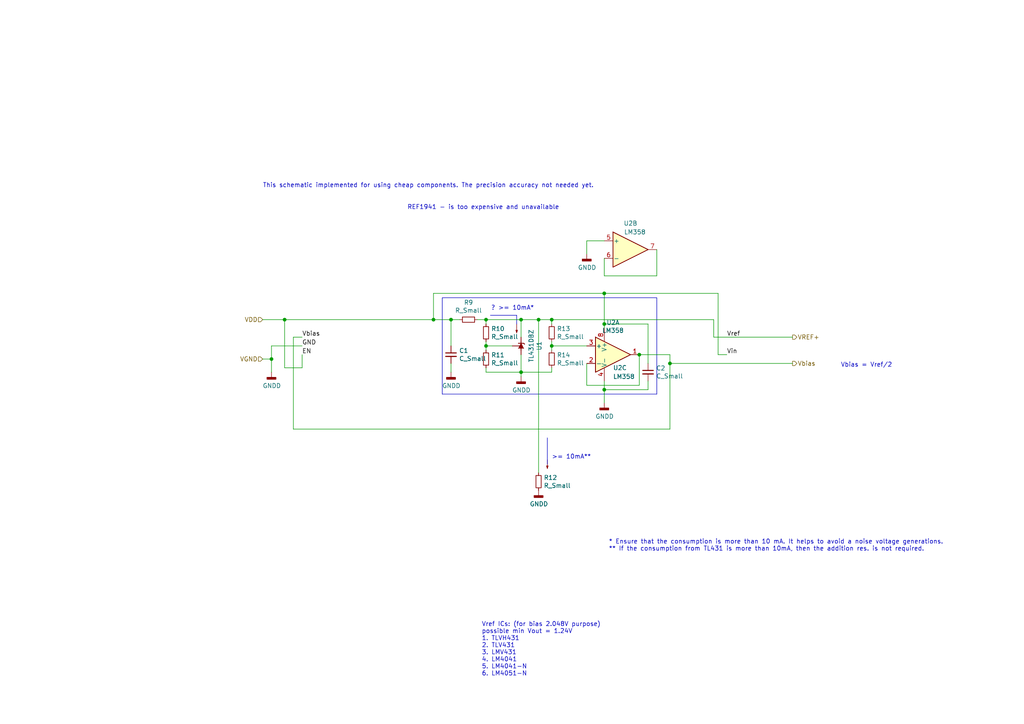
<source format=kicad_sch>
(kicad_sch (version 20230121) (generator eeschema)
  (paper "A4")
  (lib_symbols
    (symbol "Amplifier_Operational:LM358" (pin_names (offset 0.127))
      (property "Reference" "U" (at 0 5.08 0))
      (property "Value" "LM358" (at 0 -5.08 0))
      (symbol "LM358_1_1"
        (polyline (pts (xy -5.08 5.08) (xy 5.08 0) (xy -5.08 -5.08) (xy -5.08 5.08)) (stroke (width 0.254)) (fill (type background)))
        (pin output line (at 7.62 0 180) (length 2.54) (name "~") (number "1"))
        (pin input line (at -7.62 -2.54 0) (length 2.54) (name "-") (number "2"))
        (pin input line (at -7.62 2.54 0) (length 2.54) (name "+") (number "3"))
      )
      (symbol "LM358_2_1"
        (polyline (pts (xy -5.08 5.08) (xy 5.08 0) (xy -5.08 -5.08) (xy -5.08 5.08)) (stroke (width 0.254)) (fill (type background)))
        (pin input line (at -7.62 2.54 0) (length 2.54) (name "+") (number "5"))
        (pin input line (at -7.62 -2.54 0) (length 2.54) (name "-") (number "6"))
        (pin output line (at 7.62 0 180) (length 2.54) (name "~") (number "7"))
      )
      (symbol "LM358_3_1"
        (pin power_in line (at -2.54 -7.62 90) (length 3.81) (name "V-") (number "4"))
        (pin power_in line (at -2.54 7.62 270) (length 3.81) (name "V+") (number "8"))
      )
    )
    (symbol "Device:C_Small" (pin_numbers hide) (pin_names (offset 0.254) hide)
      (property "Reference" "C" (at 0.254 1.778 0))
      (property "Value" "C_Small" (at 0.254 -2.032 0))
      (symbol "C_Small_0_1"
        (polyline (pts (xy -1.524 -0.508) (xy 1.524 -0.508)) (stroke (width 0.3302)))
        (polyline (pts (xy -1.524 0.508) (xy 1.524 0.508)) (stroke (width 0.3048)))
      )
      (symbol "C_Small_1_1"
        (pin passive line (at 0 2.54 270) (length 2.032) (name "~") (number "1"))
        (pin passive line (at 0 -2.54 90) (length 2.032) (name "~") (number "2"))
      )
    )
    (symbol "Device:R_Small" (pin_numbers hide) (pin_names (offset 0.254) hide)
      (property "Reference" "R" (at 0.762 0.508 0))
      (property "Value" "R_Small" (at 0.762 -1.016 0))
      (symbol "R_Small_0_1"
        (rectangle (start -0.762 1.778) (end 0.762 -1.778) (stroke (width 0.2032)))
      )
      (symbol "R_Small_1_1"
        (pin passive line (at 0 2.54 270) (length 0.762) (name "~") (number "1"))
        (pin passive line (at 0 -2.54 90) (length 0.762) (name "~") (number "2"))
      )
    )
    (symbol "Graphic:SYM_Arrow_Tiny" (in_bom no) (on_board no)
      (symbol "SYM_Arrow_Tiny_0_1"
        (polyline (pts (xy 1.27 0) (xy -1.27 0)))
        (polyline (pts (xy 1.27 0) (xy 0.508 -0.254) (xy 0.508 0.254) (xy 1.27 0)) (fill (type outline)))
      )
    )
    (symbol "Reference_Voltage:TL431DBZ" (pin_numbers hide) (pin_names hide)
      (property "Reference" "U" (at -2.54 2.54 0))
      (property "Value" "TL431DBZ" (at 0 -2.54 0))
      (symbol "TL431DBZ_0_1"
        (polyline (pts (xy -1.27 0) (xy 0 0) (xy 1.27 0)))
        (polyline (pts (xy -0.762 0.762) (xy 0.762 0) (xy -0.762 -0.762)) (fill (type outline)))
        (polyline (pts (xy 0.508 -1.016) (xy 0.762 -0.762) (xy 0.762 0.762) (xy 0.762 0.762)) (stroke (width 0.254)))
      )
      (symbol "TL431DBZ_1_1"
        (pin passive line (at 2.54 0 180) (length 2.54) (name "K") (number "1"))
        (pin passive line (at 0 2.54 270) (length 2.54) (name "REF") (number "2"))
        (pin passive line (at -2.54 0 0) (length 2.54) (name "A") (number "3"))
      )
    )
    (symbol "power:GNDD" (power) (pin_names (offset 0))
      (property "Value" "GNDD" (at 0 -3.175 0))
      (symbol "GNDD_0_1"
        (rectangle (start -1.27 -1.524) (end 1.27 -2.032) (stroke (width 0.254)) (fill (type outline)))
        (polyline (pts (xy 0 0) (xy 0 -1.524)))
      )
      (symbol "GNDD_1_1"
        (pin power_in line (at 0 0 270) (length 0) hide (name "GNDD") (number "1"))
      )
    )
  )
  (junction (at 140.97 100.33))
  (junction (at 175.26 93.98))
  (junction (at 151.13 92.71))
  (junction (at 78.74 104.14))
  (junction (at 160.02 100.33))
  (junction (at 185.42 102.87))
  (junction (at 194.31 105.41))
  (junction (at 125.73 92.71))
  (junction (at 160.02 92.71))
  (junction (at 175.26 113.03))
  (junction (at 140.97 92.71))
  (junction (at 130.81 92.71))
  (junction (at 175.26 85.09))
  (junction (at 151.13 107.95))
  (junction (at 156.21 92.71))
  (junction (at 82.55 92.71))
  (polyline (pts (xy 158.75 127) (xy 158.75 134.62)))
  (wire (pts (xy 175.26 113.03) (xy 175.26 110.49)))
  (wire (pts (xy 187.96 110.49) (xy 187.96 113.03)))
  (wire (pts (xy 151.13 107.95) (xy 151.13 102.87)))
  (wire (pts (xy 140.97 100.33) (xy 148.59 100.33)))
  (wire (pts (xy 140.97 107.95) (xy 151.13 107.95)))
  (polyline (pts (xy 128.27 86.36) (xy 128.27 114.3)))
  (wire (pts (xy 85.09 97.79) (xy 85.09 124.46)))
  (polyline (pts (xy 142.24 91.44) (xy 149.86 91.44)))
  (wire (pts (xy 130.81 92.71) (xy 133.35 92.71)))
  (wire (pts (xy 187.96 93.98) (xy 187.96 105.41)))
  (wire (pts (xy 130.81 107.95) (xy 130.81 105.41)))
  (wire (pts (xy 185.42 102.87) (xy 194.31 102.87)))
  (wire (pts (xy 125.73 85.09) (xy 175.26 85.09)))
  (wire (pts (xy 175.26 80.01) (xy 190.5 80.01)))
  (wire (pts (xy 82.55 92.71) (xy 125.73 92.71)))
  (wire (pts (xy 170.18 105.41) (xy 170.18 111.76)))
  (polyline (pts (xy 190.5 114.3) (xy 190.5 86.36)))
  (wire (pts (xy 208.28 102.87) (xy 210.82 102.87)))
  (wire (pts (xy 160.02 107.95) (xy 160.02 106.68)))
  (wire (pts (xy 175.26 85.09) (xy 175.26 93.98)))
  (wire (pts (xy 175.26 93.98) (xy 175.26 95.25)))
  (wire (pts (xy 170.18 69.85) (xy 175.26 69.85)))
  (wire (pts (xy 85.09 124.46) (xy 194.31 124.46)))
  (wire (pts (xy 76.2 92.71) (xy 82.55 92.71)))
  (wire (pts (xy 160.02 100.33) (xy 160.02 99.06)))
  (wire (pts (xy 140.97 106.68) (xy 140.97 107.95)))
  (wire (pts (xy 185.42 111.76) (xy 185.42 102.87)))
  (wire (pts (xy 160.02 93.98) (xy 160.02 92.71)))
  (wire (pts (xy 82.55 106.68) (xy 87.63 106.68)))
  (wire (pts (xy 140.97 101.6) (xy 140.97 100.33)))
  (polyline (pts (xy 190.5 86.36) (xy 128.27 86.36)))
  (wire (pts (xy 160.02 100.33) (xy 170.18 100.33)))
  (wire (pts (xy 87.63 102.87) (xy 87.63 106.68)))
  (wire (pts (xy 160.02 101.6) (xy 160.02 100.33)))
  (wire (pts (xy 207.01 92.71) (xy 207.01 97.79)))
  (wire (pts (xy 85.09 97.79) (xy 87.63 97.79)))
  (wire (pts (xy 175.26 74.93) (xy 175.26 80.01)))
  (wire (pts (xy 194.31 124.46) (xy 194.31 105.41)))
  (wire (pts (xy 175.26 93.98) (xy 187.96 93.98)))
  (wire (pts (xy 156.21 92.71) (xy 160.02 92.71)))
  (wire (pts (xy 78.74 104.14) (xy 78.74 100.33)))
  (wire (pts (xy 76.2 104.14) (xy 78.74 104.14)))
  (wire (pts (xy 125.73 92.71) (xy 130.81 92.71)))
  (wire (pts (xy 194.31 105.41) (xy 229.87 105.41)))
  (wire (pts (xy 151.13 92.71) (xy 156.21 92.71)))
  (wire (pts (xy 140.97 93.98) (xy 140.97 92.71)))
  (wire (pts (xy 156.21 92.71) (xy 156.21 137.16)))
  (wire (pts (xy 151.13 107.95) (xy 160.02 107.95)))
  (wire (pts (xy 140.97 92.71) (xy 151.13 92.71)))
  (wire (pts (xy 140.97 100.33) (xy 140.97 99.06)))
  (wire (pts (xy 130.81 100.33) (xy 130.81 92.71)))
  (wire (pts (xy 190.5 80.01) (xy 190.5 72.39)))
  (wire (pts (xy 151.13 92.71) (xy 151.13 97.79)))
  (wire (pts (xy 82.55 92.71) (xy 82.55 106.68)))
  (polyline (pts (xy 149.86 91.44) (xy 149.86 93.98)))
  (polyline (pts (xy 128.27 114.3) (xy 190.5 114.3)))
  (wire (pts (xy 175.26 116.84) (xy 175.26 113.03)))
  (wire (pts (xy 187.96 113.03) (xy 175.26 113.03)))
  (wire (pts (xy 208.28 85.09) (xy 208.28 102.87)))
  (wire (pts (xy 151.13 109.22) (xy 151.13 107.95)))
  (wire (pts (xy 170.18 73.66) (xy 170.18 69.85)))
  (wire (pts (xy 138.43 92.71) (xy 140.97 92.71)))
  (wire (pts (xy 207.01 97.79) (xy 229.87 97.79)))
  (wire (pts (xy 78.74 100.33) (xy 87.63 100.33)))
  (wire (pts (xy 160.02 92.71) (xy 207.01 92.71)))
  (wire (pts (xy 78.74 107.95) (xy 78.74 104.14)))
  (wire (pts (xy 194.31 105.41) (xy 194.31 102.87)))
  (wire (pts (xy 175.26 85.09) (xy 208.28 85.09)))
  (wire (pts (xy 125.73 92.71) (xy 125.73 85.09)))
  (wire (pts (xy 170.18 111.76) (xy 185.42 111.76)))
  (text "Vbias = Vref/2" (at 243.84 106.68 0) (effects (font (size 1.27 1.27)) (justify left bottom)))
  (text "This schematic implemented for using cheap components. The precision accuracy not needed yet." (at 76.2 54.61 0) (effects (font (size 1.27 1.27)) (justify left bottom)))
  (text "* Ensure that the consumption is more than 10 mA. It helps to avoid a noise voltage generations.\n** If the consumption from TL431 is more than 10mA, then the addition res. is not required." (at 176.53 160.02 0) (effects (font (size 1.27 1.27)) (justify left bottom)))
  (text ">= 10mA**" (at 160.02 133.35 0) (effects (font (size 1.27 1.27)) (justify left bottom)))
  (text "? >= 10mA*" (at 154.94 90.17 0) (effects (font (size 1.27 1.27)) (justify right bottom)))
  (text "Vref ICs: (for bias 2.048V purpose)\npossible min Vout = 1.24V\n1. TLVH431\n2. TLV431\n3. LMV431 \n4. LM4041\n5. LM4041-N\n6. LM4051-N" (at 139.7 196.215 0) (effects (font (size 1.27 1.27)) (justify left bottom)))
  (text "REF1941 - is too expensive and unavailable" (at 118.11 60.96 0) (effects (font (size 1.27 1.27)) (justify left bottom)))
  (label "EN" (at 87.63 102.87 0))
  (label "GND" (at 87.63 100.33 0))
  (label "Vbias" (at 87.63 97.79 0))
  (label "Vref" (at 210.82 97.79 0))
  (label "Vin" (at 210.82 102.87 0))
  (hierarchical_label "Vbias" (shape output) (at 229.87 105.41 0))
  (hierarchical_label "VREF+" (shape output) (at 229.87 97.79 0))
  (hierarchical_label "VGND" (shape input) (at 76.2 104.14 180))
  (hierarchical_label "VDD" (shape input) (at 76.2 92.71 180))
  (symbol (lib_id "Reference_Voltage:TL431DBZ") (at 151.13 100.33 90) (unit 1)
    (property "Reference" "U1" (at 156.3878 100.33 0))
    (property "Value" "TL431DBZ" (at 154.0764 100.33 0))
    (property "Footprint" "Package_TO_SOT_SMD:SOT-23" (effects hide))
    (property "Datasheet" "http://www.ti.com/lit/ds/symlink/tl431.pdf" (effects hide))
  )
  (symbol (lib_id "Amplifier_Operational:LM358") (at 177.8 102.87 0) (unit 3)
    (property "Reference" "U2" (at 177.8 106.68 0) (effects (justify left)))
    (property "Value" "LM358" (at 177.8 109.22 0) (effects (justify left)))
    (property "Footprint" "Package_SO:SO-8_5.3x6.2mm_P1.27mm" (effects hide))
    (property "Datasheet" "http://www.ti.com/lit/ds/symlink/lm2904-n.pdf" (effects hide))
  )
  (symbol (lib_id "Device:R_Small") (at 156.21 139.7 0) (unit 1)
    (property "Reference" "R12" (at 157.7086 138.5316 0) (effects (justify left)))
    (property "Value" "R_Small" (at 157.7086 140.843 0) (effects (justify left)))
    (property "Footprint" "Resistor_SMD:R_0805_2012Metric" (effects hide))
  )
  (symbol (lib_id "power:GNDD") (at 156.21 142.24 0) (unit 1)
    (property "Reference" "#PWR011" (effects hide))
    (property "Value" "GNDD" (at 156.3116 146.177 0))
  )
  (symbol (lib_id "Amplifier_Operational:LM358") (at 182.88 72.39 0) (unit 2)
    (property "Reference" "U2" (at 182.88 64.77 0))
    (property "Value" "LM358" (at 184.15 67.31 0))
    (property "Footprint" "Package_SO:SO-8_5.3x6.2mm_P1.27mm" (effects hide))
    (property "Datasheet" "http://www.ti.com/lit/ds/symlink/lm2904-n.pdf" (effects hide))
  )
  (symbol (lib_id "Graphic:SYM_Arrow_Tiny") (at 158.75 134.62 270) (unit 1)
    (property "Reference" "#SYM6" (effects hide))
    (property "Value" "SYM_Arrow_Tiny" (effects hide))
  )
  (symbol (lib_id "Device:C_Small") (at 130.81 102.87 0) (unit 1)
    (property "Reference" "C1" (at 133.1468 101.7016 0) (effects (justify left)))
    (property "Value" "C_Small" (at 133.1468 104.013 0) (effects (justify left)))
    (property "Footprint" "Capacitor_SMD:C_1206_3216Metric_Pad1.33x1.80mm_HandSolder" (effects hide))
  )
  (symbol (lib_id "Amplifier_Operational:LM358") (at 177.8 102.87 0) (unit 1)
    (property "Reference" "U2" (at 177.8 93.5482 0))
    (property "Value" "LM358" (at 177.8 95.8596 0))
    (property "Footprint" "Package_SO:SO-8_5.3x6.2mm_P1.27mm" (effects hide))
    (property "Datasheet" "http://www.ti.com/lit/ds/symlink/lm2904-n.pdf" (effects hide))
  )
  (symbol (lib_id "power:GNDD") (at 151.13 109.22 0) (unit 1)
    (property "Reference" "#PWR010" (effects hide))
    (property "Value" "GNDD" (at 151.2316 113.157 0))
  )
  (symbol (lib_id "power:GNDD") (at 130.81 107.95 0) (unit 1)
    (property "Reference" "#PWR09" (effects hide))
    (property "Value" "GNDD" (at 130.9116 111.887 0))
  )
  (symbol (lib_id "Device:C_Small") (at 187.96 107.95 0) (unit 1)
    (property "Reference" "C2" (at 190.2968 106.7816 0) (effects (justify left)))
    (property "Value" "C_Small" (at 190.2968 109.093 0) (effects (justify left)))
    (property "Footprint" "Capacitor_SMD:C_1206_3216Metric_Pad1.33x1.80mm_HandSolder" (effects hide))
  )
  (symbol (lib_id "Graphic:SYM_Arrow_Tiny") (at 149.86 95.25 270) (unit 1)
    (property "Reference" "#SYM5" (effects hide))
    (property "Value" "SYM_Arrow_Tiny" (effects hide))
  )
  (symbol (lib_id "Device:R_Small") (at 135.89 92.71 270) (unit 1)
    (property "Reference" "R9" (at 135.89 87.7316 90))
    (property "Value" "R_Small" (at 135.89 90.043 90))
    (property "Footprint" "Resistor_SMD:R_0805_2012Metric" (effects hide))
  )
  (symbol (lib_id "Device:R_Small") (at 140.97 104.14 0) (unit 1)
    (property "Reference" "R11" (at 142.4686 102.9716 0) (effects (justify left)))
    (property "Value" "R_Small" (at 142.4686 105.283 0) (effects (justify left)))
    (property "Footprint" "Resistor_SMD:R_0805_2012Metric" (effects hide))
  )
  (symbol (lib_id "power:GNDD") (at 170.18 73.66 0) (unit 1)
    (property "Reference" "#PWR012" (effects hide))
    (property "Value" "GNDD" (at 170.2816 77.597 0))
  )
  (symbol (lib_id "Device:R_Small") (at 160.02 96.52 0) (unit 1)
    (property "Reference" "R13" (at 161.5186 95.3516 0) (effects (justify left)))
    (property "Value" "R_Small" (at 161.5186 97.663 0) (effects (justify left)))
    (property "Footprint" "Resistor_SMD:R_0805_2012Metric" (effects hide))
  )
  (symbol (lib_id "Device:R_Small") (at 160.02 104.14 0) (unit 1)
    (property "Reference" "R14" (at 161.5186 102.9716 0) (effects (justify left)))
    (property "Value" "R_Small" (at 161.5186 105.283 0) (effects (justify left)))
    (property "Footprint" "Resistor_SMD:R_0805_2012Metric" (effects hide))
  )
  (symbol (lib_id "Device:R_Small") (at 140.97 96.52 0) (unit 1)
    (property "Reference" "R10" (at 142.4686 95.3516 0) (effects (justify left)))
    (property "Value" "R_Small" (at 142.4686 97.663 0) (effects (justify left)))
    (property "Footprint" "Resistor_SMD:R_0805_2012Metric" (effects hide))
  )
  (symbol (lib_id "power:GNDD") (at 78.74 107.95 0) (unit 1)
    (property "Reference" "#PWR08" (effects hide))
    (property "Value" "GNDD" (at 78.8416 111.887 0))
  )
  (symbol (lib_id "power:GNDD") (at 175.26 116.84 0) (unit 1)
    (property "Reference" "#PWR013" (effects hide))
    (property "Value" "GNDD" (at 175.3616 120.777 0))
  )
)
</source>
